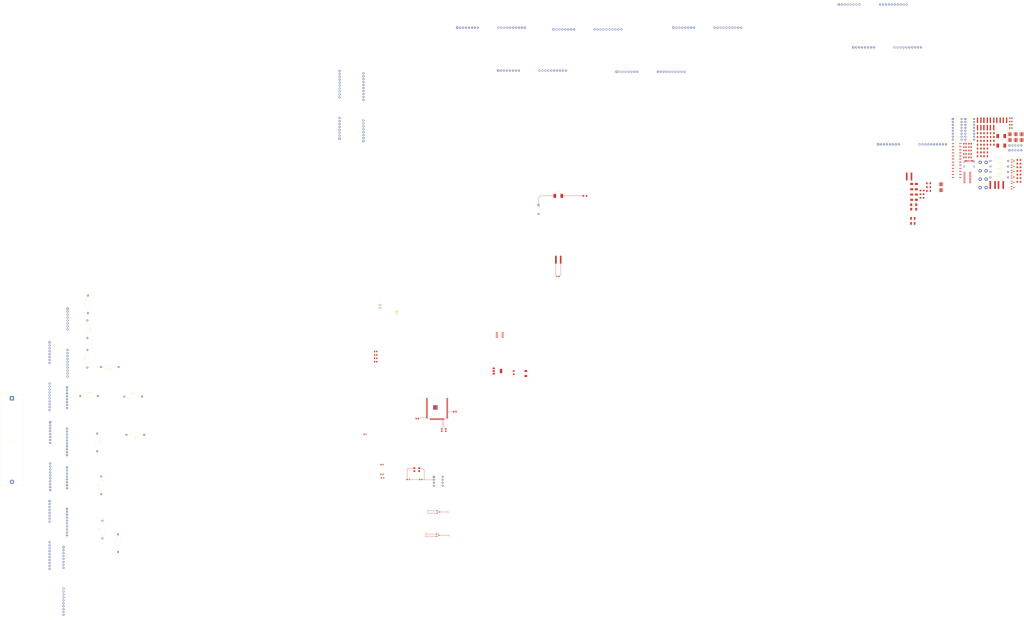
<source format=kicad_pcb>
(kicad_pcb (version 20241229) (generator "pcbnew") (generator_version "9.0")
  (layers (0 "F.Cu" signal) (2 "B.Cu" signal) (13 "F.Paste" user) (15 "B.Paste" user) (5 "F.SilkS" user "F.Silkscreen") (7 "B.SilkS" user "B.Silkscreen") (1 "F.Mask" user) (3 "B.Mask" user) (25 "Edge.Cuts" user))
  (net 0 "")
  (net 1 "GND")
  (net 2 "Net-(BT1-+)")
  (net 3 "VCC")
  (net 4 "-3.3V")
  (net 5 "+3.3V")
  (net 6 "Net-(C8-Pad2)")
  (net 7 "+12V")
  (net 8 "/page2/INPUT_AA1")
  (net 9 "/page2/INPUT_AA2")
  (net 10 "/page2/INPUT_AA3")
  (net 11 "/page2/INPUT_AA4")
  (net 12 "VCC_12v_1")
  (net 13 "Net-(Q1-C)")
  (net 14 "+12VIN")
  (net 15 "Net-(U19-X1)")
  (net 16 "Net-(C26-Pad1)")
  (net 17 "Net-(U19-X2)")
  (net 18 "/OUT 5V")
  (net 19 "Net-(D2-A)")
  (net 20 "Net-(D3-A2)")
  (net 21 "Net-(D3-A1)")
  (net 22 "/page2/INA1")
  (net 23 "/page2/INA2")
  (net 24 "/page2/INA3")
  (net 25 "/page2/INA4")
  (net 26 "Net-(D11-K)")
  (net 27 "Net-(D12-K)")
  (net 28 "Net-(D13-K)")
  (net 29 "Net-(D14-K)")
  (net 30 "Net-(D15-K)")
  (net 31 "Net-(D16-K)")
  (net 32 "VBAT")
  (net 33 "/GPIO13")
  (net 36 "/CHA2")
  (net 37 "/CHA4")
  (net 38 "/CHA3")
  (net 39 "/CHA1")
  (net 40 "/NO0")
  (net 41 "/PCOMI")
  (net 42 "/NC0")
  (net 43 "/NC1")
  (net 44 "/NO1")
  (net 45 "/PCOM2")
  (net 46 "/PCOM3")
  (net 47 "/NO2")
  (net 48 "/NC2")
  (net 49 "/NO3")
  (net 50 "/PCOM4")
  (net 51 "/NC3")
  (net 52 "/NO4")
  (net 53 "/NC4")
  (net 54 "/PCOM5")
  (net 55 "/NC5")
  (net 56 "/PCOM6")
  (net 57 "/NO5")
  (net 58 "/INPUT_D2")
  (net 59 "/INPUT_D4")
  (net 60 "/INPUT_D1")
  (net 61 "/INPUT_D5")
  (net 62 "/INPUT_D3")
  (net 63 "/INPUT_D6")
  (net 64 "/DAOU2")
  (net 65 "/DAOU1")
  (net 66 "/TEPP2")
  (net 67 "/TEPP1")
  (net 68 "/IO12")
  (net 71 "/page2/USBC_N")
  (net 73 "/page2/USBC_P")
  (net 77 "/SPI_CS")
  (net 78 "/SPI_MISO")
  (net 79 "/SPI_CLK")
  (net 80 "Net-(J14-Pin_7)")
  (net 81 "/SPI_RST")
  (net 82 "/SPI_MOSI")
  (net 87 "/SPI_DIO0")
  (net 89 "/CE_S")
  (net 91 "/IRQ")
  (net 92 "/IIC_SDA")
  (net 93 "/IIC_SCL")
  (net 94 "/TUYA_TX")
  (net 95 "/TUYA_RX")
  (net 96 "Net-(Q1-B)")
  (net 97 "/page2/RTS")
  (net 98 "/page2/IO0")
  (net 99 "/page2/DTR")
  (net 100 "Net-(Q2-B)")
  (net 101 "Net-(Q3-G)")
  (net 102 "/SCL_5V")
  (net 103 "/SDA5V")
  (net 104 "Net-(Q4-G)")
  (net 105 "/11C_SCL")
  (net 106 "Net-(R6-Pad2)")
  (net 107 "Net-(U4-A)")
  (net 108 "Net-(U4-B)")
  (net 109 "Net-(U4-~{RE})")
  (net 110 "Net-(U6-1IN+)")
  (net 111 "Net-(U6-1IN-)")
  (net 112 "/DAC1")
  (net 113 "/DAC2")
  (net 114 "Net-(U6-2IN-)")
  (net 115 "/page2/CHA1")
  (net 116 "Net-(U6-2IN+)")
  (net 117 "/HT1")
  (net 118 "/HT2")
  (net 119 "/page2/CHA2")
  (net 120 "/page2/CHA3")
  (net 121 "/page2/CHA4")
  (net 122 "Net-(R30-Pad2)")
  (net 123 "Net-(R31-Pad2)")
  (net 124 "Net-(R32-Pad2)")
  (net 125 "Net-(R33-Pad2)")
  (net 126 "/page2/DPP_P")
  (net 127 "/page2/DPP_N")
  (net 128 "/page2/IN0A")
  (net 129 "/page2/INPUT D1")
  (net 130 "/page2/IN1A")
  (net 131 "/page2/INPUT D2")
  (net 132 "/page2/IN2A")
  (net 133 "/page2/INPUT D3")
  (net 134 "/page2/IN3A")
  (net 135 "/page2/INPUT D4")
  (net 136 "/page2/IN4A")
  (net 137 "/page2/INPUT D5")
  (net 138 "/page2/INPUT D6")
  (net 139 "/page2/IN5A")
  (net 140 "/page2/INA3A")
  (net 141 "/page2/INA2A")
  (net 142 "/page2/INA1A")
  (net 143 "/page2/INA0A")
  (net 144 "/page2/INA5A")
  (net 145 "/page2/INA4A")
  (net 148 "/page2/II_SDA")
  (net 149 "/page2/IIC_SCL")
  (net 150 "/page2/RLY1")
  (net 151 "/page2/RLY2")
  (net 152 "/page2/RLY3")
  (net 153 "/page2/RLY5")
  (net 154 "/page2/RLY6")
  (net 155 "/page2/RLY4")
  (net 156 "/page2/IN_D6")
  (net 157 "/page2/IN_D5")
  (net 158 "/page2/IN_D4")
  (net 159 "/page2/IN_D3")
  (net 160 "/page2/IN_D2")
  (net 161 "/page2/IN_D1")
  (net 162 "/page2/OT3")
  (net 163 "/page2/OT1")
  (net 164 "/page2/OT2")
  (net 165 "/page2/OT4")
  (net 168 "/page2/OT6")
  (net 169 "/page2/OT5")
  (net 170 "-12V")
  (net 171 "/INA3")
  (net 172 "/U0T")
  (net 174 "/485RX")
  (net 176 "/IIT1")
  (net 179 "/11C_SDA")
  (net 181 "/INA 1")
  (net 182 "/IO0")
  (net 183 "/485TX")
  (net 185 "/U0R")
  (net 186 "/INA 2")
  (net 187 "/EN")
  (net 188 "/INA4")
  (net 194 "/page2/U0T")
  (net 198 "/page2/U0R")
  (net 199 "/page2/IN D1")
  (net 200 "/page2/IN D2")
  (net 201 "/page2/IN D3")
  (net 202 "/page2/IN D4")
  (net 203 "/page2/IN D5")
  (net 204 "/page2/IN D6")
  (footprint "Resistor_SMD:R_0805_2012Metric" (layer "F.Cu") (at 393 243.4125 -90)
    (property "Reference" "R5")
    (property "Value" "10K")
  )
  (footprint "Package_TO_SOT_SMD:SOT-223-3_TabPin2" (layer "F.Cu") (at 441 192.5)
    (property "Reference" "U2")
    (property "Value" "AMS1117-3.3")
  )
  (footprint "Module:Flipper_Zero_Angled" (layer "F.Cu") (at 70.5 138.8 -90)
    (property "Reference" "J11")
    (property "Value" "Conn_01x07")
  )
  (footprint "Resistor_SMD:R_1206_3216Metric" (layer "F.Cu") (at 867.57 -9.24)
    (property "Reference" "R63")
    (property "Value" "4.7K")
  )
  (footprint "Diode_SMD:D_SOD-523" (layer "F.Cu") (at 339.8 135.55)
    (property "Reference" "D17")
    (property "Value" "1N4148WT")
  )
  (footprint "Package_DIP:DIP-8_W7.62mm" (layer "F.Cu") (at 386.195 283.69)
    (property "Reference" "U19")
    (property "Value" "DS1307N+")
  )
  (footprint "Resistor_SMD:R_1206_3216Metric" (layer "F.Cu") (at 856.35 4)
    (property "Reference" "R43")
    (property "Value" "2K/1206")
  )
  (footprint "Resistor_SMD:R_1218_3246Metric" (layer "F.Cu") (at 867.42 -23.67)
    (property "Reference" "R44")
    (property "Value" "100K")
  )
  (footprint "Resistor_SMD:R_0805_2012Metric" (layer "F.Cu") (at 848.45 2.42)
    (property "Reference" "R35")
    (property "Value" "12k")
  )
  (footprint "Resistor_THT:R_Axial_DIN0614_L14.3mm_D5.7mm_P5.08mm_Vertical" (layer "F.Cu") (at 857.17 12.59)
    (property "Reference" "R50")
    (property "Value" "10K")
  )
  (footprint "Capacitor_Tantalum_SMD:CP_EIA-2012-12_Kemet-R" (layer "F.Cu") (at 883.575 -16.99)
    (property "Reference" "C14")
    (property "Value" "10p")
  )
  (footprint "Resistor_SMD:R_0805_2012Metric" (layer "F.Cu") (at 844.04 -3.48)
    (property "Reference" "R23")
    (property "Value" "10K/1%")
  )
  (footprint "Resistor_SMD:R_1206_3216Metric" (layer "F.Cu") (at 856.35 -9.24)
    (property "Reference" "R39")
    (property "Value" "2K/1206")
  )
  (footprint "Resistor_SMD:R_1206_3216Metric" (layer "F.Cu") (at 812.7 33.94)
    (property "Reference" "R14")
    (property "Value" "3.16K/1%")
  )
  (footprint "Module:Flipper_Zero_Angled" (layer "F.Cu") (at 735.3 -123.5)
    (property "Reference" "J3")
    (property "Value" "Conn_01x05")
  )
  (footprint "Capacitor_Tantalum_SMD:CP_EIA-3216-18_Kemet-A" (layer "F.Cu") (at 516.5 41.5)
    (property "Reference" "C1")
    (property "Value" "100nF")
  )
  (footprint "Resistor_SMD:R_1206_3216Metric" (layer "F.Cu") (at 861.96 0.69)
    (property "Reference" "R59")
    (property "Value" "4.7K")
  )
  (footprint "Resistor_THT:R_Axial_DIN0309_L9.0mm_D3.2mm_P15.24mm_Horizontal" (layer "F.Cu") (at 866 20.84)
    (property "Reference" "R26")
    (property "Value" "5.1K")
  )
  (footprint "Diode_THT:D_DO-35_SOD27_P7.62mm_Horizontal" (layer "F.Cu") (at 476.5 49.5 -90)
    (property "Reference" "D1")
    (property "Value" "SS36")
  )
  (footprint "Resistor_SMD:R_1218_3246Metric" (layer "F.Cu") (at 861.87 -23.67)
    (property "Reference" "R33")
    (property "Value" "100R")
  )
  (footprint "Resistor_THT:R_Axial_DIN0309_L9.0mm_D3.2mm_P15.24mm_Horizontal" (layer "F.Cu") (at 866 16.09)
    (property "Reference" "R24")
    (property "Value" "5.1K")
  )
  (footprint "Module:Flipper_Zero_Angled" (layer "F.Cu") (at 489.34 -102)
    (property "Reference" "J6")
    (property "Value" "Conn_01x03")
  )
  (footprint "Resistor_SMD:R_1206_3216Metric" (layer "F.Cu") (at 856.35 -2.62)
    (property "Reference" "R41")
    (property "Value" "2K/1206")
  )
  (footprint "Capacitor_SMD:C_1825_4564Metric" (layer "F.Cu") (at 867.95 32.14)
    (property "Reference" "C15")
    (property "Value" "1uF/50V")
  )
  (footprint "Resistor_SMD:R_1206_3216Metric" (layer "F.Cu") (at 812.7 30.63)
    (property "Reference" "R1")
    (property "Value" "1K")
  )
  (footprint "Inductor_SMD:L_Sunlord_MWSA0605S" (layer "F.Cu") (at 493.5 41.5)
    (property "Reference" "L1")
    (property "Value" "68uF/2A")
  )
  (footprint "Inductor_SMD:L_Sunlord_MWSA0605S" (layer "F.Cu") (at 875.35 -10.085)
    (property "Reference" "L2")
    (property "Value" "22R/500MA")
  )
  (footprint "Capacitor_Tantalum_SMD:CP_EIA-2012-12_Kemet-R" (layer "F.Cu") (at 364.11 286 180)
    (property "Reference" "C26")
    (property "Value" "12.5pF/NC")
  )
  (footprint "Resistor_SMD:R_0805_2012Metric" (layer "F.Cu") (at 844.04 8.32)
    (property "Reference" "R30")
    (property "Value" "10k")
  )
  (footprint "Capacitor_Tantalum_SMD:CP_EIA-2012-12_Kemet-R" (layer "F.Cu") (at 375 286)
    (property "Reference" "C27")
    (property "Value" "12.5pF/NC")
  )
  (footprint "Resistor_SMD:R_0805_2012Metric" (layer "F.Cu") (at 404.4125 227.5)
    (property "Reference" "R3")
    (property "Value" "10K")
  )
  (footprint "Resistor_SMD:R_1206_3216Metric" (layer "F.Cu") (at 856.35 7.31)
    (property "Reference" "R54")
    (property "Value" "4.7K")
  )
  (footprint "Resistor_SMD:R_0805_2012Metric" (layer "F.Cu") (at 336.0875 184.5)
    (property "Reference" "R74")
    (property "Value" "10K")
  )
  (footprint "Module:Flipper_Zero_Angled" (layer "F.Cu") (at 406.38 -103.5)
    (property "Reference" "J2")
    (property "Value" "Conn_01x02")
  )
  (footprint "Resistor_THT:R_Axial_DIN0309_L9.0mm_D3.2mm_P15.24mm_Horizontal" (layer "F.Cu") (at 866 25.59)
    (property "Reference" "R28")
    (property "Value" "5.1K")
  )
  (footprint "Capacitor_Tantalum_SMD:CP_EIA-3216-18_Kemet-A" (layer "F.Cu") (at 807.065 36.85)
    (property "Reference" "C3")
    (property "Value" "100nF")
  )
  (footprint "Package_TO_SOT_SMD:SOT-23" (layer "F.Cu") (at 885.26 34.49)
    (property "Reference" "Q2")
    (property "Value" "SS8050")
  )
  (footprint "Resistor_SMD:R_0805_2012Metric" (layer "F.Cu") (at 371.9125 233.5 180)
    (property "Reference" "R4")
    (property "Value" "10K")
  )
  (footprint "Module:Flipper_Zero_Angled" (layer "F.Cu") (at 55 304.58 -90)
    (property "Reference" "J17")
    (property "Value" "Conn_01x04_Socket")
  )
  (footprint "Resistor_THT:R_Axial_DIN0614_L14.3mm_D5.7mm_P5.08mm_Vertical" (layer "F.Cu") (at 857.17 19.84)
    (property "Reference" "R51")
    (property "Value" "10K")
  )
  (footprint "Resistor_SMD:R_0201_0603Metric" (layer "F.Cu") (at 354.155 143.25)
    (property "Reference" "R67")
    (property "Value" "10K")
  )
  (footprint "Package_SO:SO-4_4.4x3.6mm_P2.54mm" (layer "F.Cu") (at 836.91 3.1)
    (property "Reference" "U10")
    (property "Value" "LTV-358T")
  )
  (footprint "Resistor_THT:R_Axial_DIN0309_L9.0mm_D3.2mm_P15.24mm_Horizontal" (layer "F.Cu") (at 114 348.5 90)
    (property "Reference" "R7")
    (property "Value" "4K7")
  )
  (footprint "Resistor_SMD:R_0805_2012Metric" (layer "F.Cu") (at 396.5 243.4125 -90)
    (property "Reference" "R2")
    (property "Value" "10K")
  )
  (footprint "LED_SMD:LED_Cree-XP" (layer "F.Cu") (at 892.95 -6.63)
    (property "Reference" "D16")
    (property "Value" "LED")
  )
  (footprint "Resistor_SMD:R_01005_0402Metric_Pad0.57x0.30mm_HandSolder" (layer "F.Cu") (at 379.1375 335)
    (property "Reference" "R70")
    (property "Value" "427")
  )
  (footprint "Resistor_THT:R_Axial_DIN0309_L9.0mm_D3.2mm_P15.24mm_Horizontal" (layer "F.Cu") (at 119.38 214.5)
    (property "Reference" "R12")
    (property "Value" "4K7/1%")
  )
  (footprint "Package_SO:SO-4_4.4x3.6mm_P2.54mm" (layer "F.Cu") (at 836.91 -2.215)
    (property "Reference" "U9")
    (property "Value" "LTV-358T")
  )
  (footprint "Resistor_THT:R_Axial_DIN0309_L9.0mm_D3.2mm_P15.24mm_Horizontal" (layer "F.Cu") (at 99.5 298.62 90)
    (property "Reference" "R9")
    (property "Value" "PPTC/60V/10R")
  )
  (footprint "LED_SMD:LED_Cree-XP" (layer "F.Cu") (at 887.9 -11.68)
    (property "Reference" "D13")
    (property "Value" "LED")
  )
  (footprint "Diode_SMD:D_SMA" (layer "F.Cu") (at 800.165 40.35)
    (property "Reference" "D5")
    (property "Value" "SMAJ64CA")
  )
  (footprint "Module:Flipper_Zero_Angled" (layer "F.Cu") (at 305 -7.84 90)
    (property "Reference" "J9")
    (property "Value" "Conn_01x03")
  )
  (footprint "Resistor_SMD:R_1206_3216Metric" (layer "F.Cu") (at 861.96 7.31)
    (property "Reference" "R61")
    (property "Value" "4.7K")
  )
  (footprint "Resistor_THT:R_Axial_DIN0309_L9.0mm_D3.2mm_P15.24mm_Horizontal" (layer "F.Cu") (at 81.38 214)
    (property "Reference" "R18")
    (property "Value" "4K7/1%")
  )
  (footprint "Resistor_SMD:R_0805_2012Metric" (layer "F.Cu") (at 848.45 -3.48)
    (property "Reference" "R31")
    (property "Value" "10k")
  )
  (footprint "Capacitor_Tantalum_SMD:CP_EIA-3216-18_Kemet-A" (layer "F.Cu") (at 890.585 10.54)
    (property "Reference" "C16")
    (property "Value" "100nF")
  )
  (footprint "Package_SO:SO-4_4.4x3.6mm_P2.54mm" (layer "F.Cu") (at 836.91 13.73)
    (property "Reference" "U12")
    (property "Value" "LTV-358T")
  )
  (footprint "Resistor_THT:R_Axial_DIN0614_L14.3mm_D5.7mm_P5.08mm_Vertical" (layer "F.Cu") (at 857.17 27.09)
    (property "Reference" "R52")
    (property "Value" "10K")
  )
  (footprint "Package_SO:SO-4_4.4x3.6mm_P2.54mm" (layer "F.Cu") (at 836.91 24.36)
    (property "Reference" "U14")
    (property "Value" "LTV-358T")
  )
  (footprint "Package_TO_SOT_SMD:SOT-23" (layer "F.Cu") (at 885.26 29.865)
    (property "Reference" "Q1")
    (property "Value" "SS8050")
  )
  (footprint "Capacitor_Tantalum_SMD:CP_EIA-3216-18_Kemet-A" (layer "F.Cu") (at 890.585 13.69)
    (property "Reference" "C17")
    (property "Value" "100nF")
  )
  (footprint "Module:Flipper_Zero_Angled" (layer "F.Cu") (at 747.76 -86.5)
    (property "Reference" "J1")
    (property "Value" "Conn_01x02")
  )
  (footprint "Resistor_SMD:R_01005_0402Metric_Pad0.57x0.30mm_HandSolder" (layer "F.Cu") (at 398.5 314 180)
    (property "Reference" "R71")
    (property "Value" "427")
  )
  (footprint "Resistor_SMD:R_1218_3246Metric" (layer "F.Cu") (at 878.52 -23.67)
    (property "Reference" "R46")
    (property "Value" "100K")
  )
  (footprint "Capacitor_Tantalum_SMD:CP_EIA-3216-18_Kemet-A" (layer "F.Cu") (at 890.585 29.44)
    (property "Reference" "C22")
    (property "Value" "100nF")
  )
  (footprint "Capacitor_Tantalum_SMD:CP_EIA-3216-18_Kemet-A" (layer "F.Cu") (at 807.065 40)
    (property "Reference" "C10")
    (property "Value" "100nF/50V")
  )
  (footprint "Resistor_SMD:R_01005_0402Metric_Pad0.57x0.30mm_HandSolder" (layer "F.Cu") (at 381 315)
    (property "Reference" "R73")
    (property "Value" "427")
  )
  (footprint "Resistor_SMD:R_1206_3216Metric" (layer "F.Cu") (at 867.57 -5.93)
    (property "Reference" "R64")
    (property "Value" "4.7K")
  )
  (footprint "Capacitor_Tantalum_SMD:CP_EIA-3216-18_Kemet-A" (layer "F.Cu") (at 890.585 23.14)
    (property "Reference" "C20")
    (property "Value" "100nF")
  )
  (footprint "LED_SMD:LED_Cree-XP" (layer "F.Cu") (at 882.85 -6.63)
    (property "Reference" "D12")
    (property "Value" "LED")
  )
  (footprint "Resistor_SMD:R_1218_3246Metric" (layer "F.Cu") (at 856.32 -17.36)
    (property "Reference" "R47")
    (property "Value" "100K")
  )
  (footprint "Resistor_SMD:R_0805_2012Metric" (layer "F.Cu") (at 336.0875 178.6)
    (property "Reference" "R13")
    (property "Value" "10K 1%")
  )
  (footprint "Resistor_THT:R_Axial_DIN0309_L9.0mm_D3.2mm_P15.24mm_Horizontal" (layer "F.Cu") (at 88 142.62 90)
    (property "Reference" "R19")
    (property "Value" "100K")
  )
  (footprint "Battery:BatteryHolder_MPD_BH-18650-PC2" (layer "F.Cu") (at 22.5 216 -90)
    (property "Reference" "BT1")
    (property "Value" "Battery_Cell")
  )
  (footprint "Resistor_SMD:R_1218_3246Metric" (layer "F.Cu") (at 861.87 -17.36)
    (property "Reference" "R48")
    (property "Value" "100K")
  )
  (footprint "LED_SMD:LED_Cree-XP" (layer "F.Cu") (at 823.41 36.55)
    (property "Reference" "D19")
    (property "Value" "LED")
  )
  (footprint "RF_Module:ESP32-WROOM-32U" (layer "F.Cu") (at 389 224.59)
    (property "Reference" "U3")
    (property "Value" "ESP32-WROOM-32U")
  )
  (footprint "Diode_SMD:D_SMA" (layer "F.Cu") (at 800.165 35.8)
    (property "Reference" "D4")
    (property "Value" "SMAJ64CA")
  )
  (footprint "Capacitor_Tantalum_SMD:CP_EIA-3528-21_Kemet-B" (layer "F.Cu") (at 799.125 60.9)
    (property "Reference" "C4")
    (property "Value" "22uF/6.3V")
  )
  (footprint "Diode_SMD:D_SOD-523" (layer "F.Cu") (at 339.8 138)
    (property "Reference" "D18")
    (property "Value" "1N4148WT")
  )
  (footprint "Capacitor_Tantalum_SMD:CP_EIA-2012-12_Kemet-R" (layer "F.Cu") (at 342.11 284.5)
    (property "Reference" "C25")
    (property "Value" "10uF/10V")
  )
  (footprint "Capacitor_Tantalum_SMD:CP_EIA-3216-18_Kemet-A" (layer "F.Cu") (at 890.585 19.99)
    (property "Reference" "C19")
    (property "Value" "100nF")
  )
  (footprint "Resistor_SMD:R_1206_3216Metric" (layer "F.Cu") (at 856.35 -5.93)
    (property "Reference" "R40")
    (property "Value" "2K/1206")
  )
  (footprint "LED_SMD:LED_Cree-XP" (layer "F.Cu") (at 823.41 31.5)
    (property "Reference" "D2")
    (property "Value" "LED")
  )
  (footprint "Package_TO_SOT_SMD:SOT-23" (layer "F.Cu") (at 389.5625 334)
    (property "Reference" "Q3")
    (property "Value" "AO3400A")
  )
  (footprint "Resistor_SMD:R_1218_3246Metric" (layer "F.Cu") (at 872.97 -23.67)
    (property "Reference" "R45")
    (property "Value" "100K")
  )
  (footprint "Capacitor_Tantalum_SMD:CP_EIA-2012-12_Kemet-R" (layer "F.Cu") (at 341.61 281.57)
    (property "Reference" "C24")
    (property "Value" "10uF/10V")
  )
  (footprint "Resistor_THT:R_Axial_DIN0309_L9.0mm_D3.2mm_P15.24mm_Horizontal" (layer "F.Cu") (at 136.5 247.5 180)
    (property "Reference" "R8")
    (property "Value" "120R")
  )
  (footprint "Package_TO_SOT_SMD:SOT-23" (layer "F.Cu") (at 885.26 15.99)
    (property "Reference" "D8")
    (property "Value" "BAT54S")
  )
  (footprint "Capacitor_SMD:C_1825_4564Metric" (layer "F.Cu") (at 493.5 96.5 180)
    (property "Reference" "C7")
    (property "Value" "0.1uF")
  )
  (footprint "Package_SO:SOIC-16_3.9x9.9mm_P1.27mm" (layer "F.Cu") (at 846.06 25.68)
    (property "Reference" "U8")
    (property "Value" "CH340C")
  )
  (footprint "Resistor_SMD:R_1206_3216Metric" (layer "F.Cu") (at 861.96 -9.24)
    (property "Reference" "R56")
    (property "Value" "4.7K")
  )
  (footprint "Package_SO:SO-4_4.4x3.6mm_P2.54mm" (layer "F.Cu") (at 836.91 8.415)
    (property "Reference" "U11")
    (property "Value" "LTV-358T")
  )
  (footprint "Capacitor_Tantalum_SMD:CP_EIA-2012-12_Kemet-R" (layer "F.Cu") (at 883.575 -22.61)
    (property "Reference" "C12")
    (property "Value" "10p")
  )
  (footprint "Capacitor_SMD:C_1808_4520Metric_Pad1.72x2.30mm_HandSolder" (layer "F.Cu") (at 465.5 194.6625 -90)
    (property "Reference" "E4")
    (property "Value" "220uF/10V")
  )
  (footprint "Package_SO:SO-4_4.4x3.6mm_P2.54mm" (layer "F.Cu") (at 836.91 19.045)
    (property "Reference" "U13")
    (property "Value" "LTV-358T")
  )
  (footprint "Package_TO_SOT_SMD:SOT-23" (layer "F.Cu") (at 885.26 11.365)
    (property "Reference" "D7")
    (property "Value" "BAT54S")
  )
  (footprint "Resistor_SMD:R_1218_3246Metric" (layer "F.Cu") (at 856.32 -23.67)
    (property "Reference" "R32")
    (property "Value" "100R")
  )
  (footprint "Capacitor_Tantalum_SMD:CP_EIA-3216-18_Kemet-A" (layer "F.Cu") (at 890.585 16.84)
    (property "Reference" "C18")
    (property "Value" "100nF")
  )
  (footprint "Capacitor_Tantalum_SMD:CP_EIA-3216-18_Kemet-A" (layer "F.Cu") (at 807.065 43.15)
    (property "Reference" "C28")
    (property "Value" "100nF")
  )
  (footprint "Connector_USB:USB_C_Receptacle_GCT_USB4105-xx-A_16P_TopMnt_Horizontal" (layer "F.Cu") (at 847.68 15.08)
    (property "Reference" "J13")
    (property "Value" "USB_C_Receptacle_USB2.0_14P")
  )
  (footprint "Capacitor_Tantalum_SMD:CP_EIA-2012-12_Kemet-R" (layer "F.Cu") (at 327.11 247)
    (property "Reference" "C8")
    (property "Value" "10k")
  )
  (footprint "Resistor_SMD:R_0805_2012Metric" (layer "F.Cu") (at 844.04 2.42)
    (property "Reference" "R27")
    (property "Value" "10K/1%")
  )
  (footprint "Capacitor_SMD:C_1825_4564Metric" (layer "F.Cu") (at 795.89 24.8)
    (property "Reference" "C9")
    (property "Value" "0.1uF")
  )
  (footprint "Resistor_SMD:R_1206_3216Metric" (layer "F.Cu") (at 861.96 -12.55)
    (property "Reference" "R55")
    (property "Value" "4.7K")
  )
  (footprint "Resistor_SMD:R_1206_3216Metric" (layer "F.Cu") (at 867.57 -2.62)
    (property "Reference" "R65")
    (property "Value" "4.7K")
  )
  (footprint "Module:Flipper_Zero_Angled" (layer "F.Cu") (at 325.5 -5.76 90)
    (property "Reference" "J8")
    (property "Value" "Conn_01x03")
  )
  (footprint "Package_SO:SOIC-8_3.9x4.9mm_P1.27mm" (layer "F.Cu") (at 443.025 161.405)
    (property "Reference" "U1")
    (property "Value" "XL1509-5.0")
  )
  (footprint "Resistor_THT:R_Axial_DIN0309_L9.0mm_D3.2mm_P15.24mm_Horizontal" (layer "F.Cu") (at 87.5 148.88 -90)
    (property "Reference" "R20")
    (property "Value" "4.7K")
  )
  (footprint "Resistor_THT:R_Axial_DIN0614_L14.3mm_D5.7mm_P5.08mm_Vertical" (layer "F.Cu") (at 857.17 34.34)
    (property "Reference" "R53")
    (property "Value" "10K")
  )
  (footprint "Resistor_THT:R_Axial_DIN0309_L9.0mm_D3.2mm_P15.24mm_Horizontal" (layer "F.Cu") (at 100.5 336.74 90)
    (property "Reference" "R6")
    (property "Value" "4K7")
  )
  (footprint "Oscillator:Oscillator_SMD_Fox_FT5H_5.0x3.2mm" (layer "F.Cu") (at 371.5 277.5 -90)
    (property "Reference" "Y1")
    (property "Value" "Crystal")
  )
  (footprint "Capacitor_SMD:C_1808_4520Metric_Pad1.72x2.30mm_HandSolder" (layer "F.Cu") (at 799.9 49.1)
    (property "Reference" "E2")
    (property "Value" "100uF/35V")
  )
  (footprint "Resistor_SMD:R_1206_3216Metric" (layer "F.Cu") (at 856.35 0.69)
    (property "Reference" "R42")
    (property "Value" "2K/1206")
  )
  (footprint "Resistor_SMD:R_0201_0603Metric" (layer "F.Cu") (at 354.155 141.5)
    (property "Reference" "R66")
    (property "Value" "10K")
  )
  (footprint "Capacitor_Tantalum_SMD:CP_EIA-3216-18_Kemet-A" (layer "F.Cu") (at 455 193.8525 90)
    (property "Reference" "C2")
    (property "Value" "100nF")
  )
  (footprint "Module:Flipper_Zero_Straight" (layer "F.Cu") (at 769.25 -2.95)
    (property "Reference" "J16")
    (property "Value" "Conn_2Rows-09Pins")
  )
  (footprint "Resistor_THT:R_Axial_DIN0309_L9.0mm_D3.2mm_P15.24mm_Horizontal" (layer "F.Cu") (at 866 11.34)
    (property "Reference" "R16")
    (property "Value" "5.1K")
  )
  (footprint "Resistor_THT:R_Axial_DIN0309_L9.0mm_D3.2mm_P15.24mm_Horizontal" (layer "F.Cu") (at 96 246.38 -90)
    (property "Reference" "R10")
    (property "Value" "PPTC/60V/10R")
  )
  (footprint "Resistor_SMD:R_0805_2012Metric" (layer "F.Cu") (at 336.0875 175.65)
    (property "Reference" "R11")
    (property "Value" "10K")
  )
  (footprint "Module:Flipper_Zero_Angled" (layer "F.Cu") (at 70 206.58 -90)
    (property "Reference" "J12")
    (property "Value" "Conn_01x04")
  )
  (footprint "Resistor_SMD:R_1206_3216Metric" (layer "F.Cu") (at 861.96 -2.62)
    (property "Reference" "R58")
    (property "Value" "4.7K")
  )
  (footprint "Resistor_SMD:R_0805_2012Metric" (layer "F.Cu") (at 844.04 5.37)
    (property "Reference" "R29")
    (property "Value" "10K/1%")
  )
  (footprint "Resistor_THT:R_Axial_DIN0309_L9.0mm_D3.2mm_P15.24mm_Horizontal" (layer "F.Cu") (at 87.5 189.5 90)
    (property "Reference" "R22")
    (property "Value" "4.7K")
  )
  (footprint "Diode_SMD:D_SMA" (layer "F.Cu") (at 800.165 31.25)
    (property "Reference" "D3")
    (property "Value" "SMAJ64CA")
  )
  (footprint "Resistor_SMD:R_1218_3246Metric" (layer "F.Cu") (at 867.42 -17.36)
    (property "Reference" "R49")
    (property "Value" "100K")
  )
  (footprint "Diode_SMD:D_SMA" (layer "F.Cu") (at 800.165 44.9)
    (property "Reference" "D6")
    (property "Value" "SS36")
  )
  (footprint "Module:Flipper_Zero_Angled" (layer "F.Cu") (at 67 344.38 -90)
    (property "Reference" "J18")
    (property "Value" "Conn_01x04")
  )
  (footprint "Capacitor_Tantalum_SMD:CP_EIA-3216-18_Kemet-A" (layer "F.Cu") (at 890.585 26.29)
    (property "Reference" "C21")
    (property "Value" "100nF")
  )
  (footprint "LED_SMD:LED_Cree-XP" (layer "F.Cu") (at 882.85 -11.68)
    (property "Reference" "D11")
    (property "Value" "LED")
  )
  (footprint "Resistor_SMD:R_1206_3216Metric" (layer "F.Cu") (at 867.57 -12.55)
    (property "Reference" "R62")
    (property "Value" "4.7K")
  )
  (footprint "Resistor_SMD:R_01005_0402Metric_Pad0.57x0.30mm_HandSolder" (layer "F.Cu") (at 399 334 180)
    (property "Reference" "R68")
    (property "Value" "427")
  )
  (footprint "Capacitor_Tantalum_SMD:CP_EIA-2012-12_Kemet-R" (layer "F.Cu") (at 883.575 -19.8)
    (property "Reference" "C13")
    (property "Value" "10p")
  )
  (footprint "Resistor_SMD:R_01005_0402Metric_Pad0.57x0.30mm_HandSolder" (layer "F.Cu") (at 381.1375 313)
    (property "Reference" "R72")
    (property "Value" "427")
  )
  (footprint "LED_SMD:LED_Cree-XP" (layer "F.Cu") (at 887.9 -6.63)
    (property "Reference" "D14")
    (property "Value" "LED")
  )
  (footprint "Resistor_SMD:R_01005_0402Metric_Pad0.57x0.30mm_HandSolder" (layer "F.Cu") (at 379.3625 333)
    (property "Reference" "R69")
    (property "Value" "427")
  )
  (footprint "Resistor_SMD:R_0805_2012Metric" (layer "F.Cu") (at 848.45 5.37)
    (property "Reference" "R36")
    (property "Value" "10k")
  )
  (footprint "Resistor_THT:R_Array_SIP5" (layer "F.Cu") (at 882.45 -2.02)
    (property "Reference" "RN1")
    (property "Value" "R_Network04")
  )
  (footprint "Capacitor_SMD:C_1808_4520Metric_Pad1.72x2.30mm_HandSolder" (layer "F.Cu") (at 799.9 52.95)
    (property "Reference" "E3")
    (property "Value" "220uF/10V")
  )
  (footprint "Resistor_SMD:R_0805_2012Metric" (layer "F.Cu") (at 844.04 -0.53)
    (property "Reference" "R25")
    (property "Value" "10K/1%")
  )
  (footprint "LED_SMD:LED_Cree-XP" (layer "F.Cu") (at 892.95 -11.68)
    (property "Reference" "D15")
    (property "Value" "LED")
  )
  (footprint "Resistor_THT:R_Axial_DIN0309_L9.0mm_D3.2mm_P15.24mm_Horizontal" (layer "F.Cu") (at 114.5 189 180)
    (property "Reference" "R21")
    (property "Value" "100K")
  )
  (footprint "Resistor_SMD:R_1206_3216Metric" (layer "F.Cu") (at 861.96 4)
    (property "Reference" "R60")
    (property "Value" "4.7K")
  )
  (footprint "Module:Flipper_Zero_Angled" (layer "F.Cu") (at 441.72 -66.5)
    (property "Reference" "J7")
    (property "Value" "Conn_01x03")
  )
  (footprint "Resistor_SMD:R_0805_2012Metric" (layer "F.Cu") (at 848.45 8.32)
    (property "Reference" "R37")
    (property "Value" "10k")
  )
  (footprint "Package_DIP:DIP-16_W7.62mm" (layer "F.Cu") (at 833.57 -24.78)
    (property "Reference" "U15")
    (property "Value" "PCF8574P")
  )
  (footprint "Capacitor_Tantalum_SMD:CP_EIA-2012-12_Kemet-R" (layer "F.Cu") (at 883.575 -25.42)
    (property "Reference" "C11")
    (property "Value" "10p")
  )
  (footprint "Resistor_SMD:R_1206_3216Metric" (layer "F.Cu") (at 856.35 -12.55)
    (property "Reference" "R38")
    (property "Value" "2K/1206")
  )
  (footprint "Module:Flipper_Zero_Angled" (layer "F.Cu") (at 70 275.7 -90)
    (property "Reference" "J15")
    (property "Value" "Conn_01x08_Socket")
  )
  (footprint "Module:Flipper_Zero_Angled" (layer "F.Cu") (at 55.5 236.7 -90)
    (property "Reference" "J14")
    (property "Value" "Conn_01x08_Socket")
  )
  (footprint "Capacitor_Tantalum_SMD:CP_EIA-2012-12_Kemet-R" (layer "F.Cu") (at 341.61 273.14)
    (property "Reference" "C5")
    (property "Value" "10uF/10V")
  )
  (footprint "Inductor_SMD:L_Sunlord_MWSA0605S" (layer "F.Cu") (at 875.35 -1.845)
    (property "Reference" "P1")
    (property "Value" "zx-xh2.54")
  )
  (footprint "Capacitor_Tantalum_SMD:CP_EIA-2012-12_Kemet-R" (layer "F.Cu") (at 493.11 111 180)
    (property "Reference" "C6")
    (property "Value" "10uF")
  )
  (footprint "Package_DIP:DIP-16_W7.62mm" (layer "F.Cu") (at 844.35 -24.78)
    (property "Reference" "U16")
    (property "Value" "PCF8574P")
  )
  (footprint "Module:Flipper_Zero_Angled" (layer "F.Cu") (at 592.76 -103.5)
    (property "Reference" "J4")
    (property "Value" "Conn_01x03")
  )
  (footprint "Resistor_SMD:R_0805_2012Metric" (layer "F.Cu") (at 848.45 -0.53)
    (property "Reference" "R34")
    (property "Value" "12k")
  )
  (footprint "Resistor_SMD:R_0805_2012Metric" (layer "F.Cu") (at 336.0875 181.55)
    (property "Reference" "R17")
    (property "Value" "10K 1%")
  )
  (footprint "Capacitor_SMD:C_1825_4564Metric" (layer "F.Cu") (at 875 32.14)
    (property "Reference" "C23")
    (property "Value" "C_Polarized_Small_US")
  )
  (footprint "Resistor_SMD:R_1206_3216Metric" (layer "F.Cu") (at 812.7 37.25)
    (property "Reference" "R15")
    (property "Value" "3.16K/ 1%")
  )
  (footprint "Package_TO_SOT_SMD:SOT-23" (layer "F.Cu") (at 885.26 25.24)
    (property "Reference" "D10")
    (property "Value" "BAT54S")
  )
  (footprint "Package_TO_SOT_SMD:SOT-23" (layer "F.Cu") (at 390.0625 314)
    (property "Reference" "Q4")
    (property "Value" "AO3400A")
  )
  (footprint "Module:Flipper_Zero_Angled" (layer "F.Cu") (at 55 167.76 -90)
    (property "Reference" "J10")
    (property "Value" "Conn_01x07")
  )
  (footprint "Package_TO_SOT_SMD:SOT-23" (layer "F.Cu") (at 885.26 20.615)
    (property "Reference" "D9")
    (property "Value" "BAT54S")
  )
  (footprint "Resistor_THT:R_Array_SIP5" (layer "F.Cu") (at 882.45 2.15)
    (property "Reference" "RN2")
    (property "Value" "R_Network04")
  )
  (footprint "Module:Flipper_Zero_Angled" (layer "F.Cu") (at 543.76 -65.5)
    (property "Reference" "J5")
    (property "Value" "Conn_01x03")
  )
  (footprint "Capacitor_Tantalum_SMD:CP_EIA-3528-21_Kemet-B" (layer "F.Cu") (at 799.125 65.25)
    (property "Reference" "C29")
    (property "Value" "22nF/63V")
  )
  (footprint "Resistor_SMD:R_1206_3216Metric" (layer "F.Cu") (at 861.96 -5.93)
    (property "Reference" "R57")
    (property "Value" "4.7K")
  )
  (segment (start 491.45 96.5) (end 491.45 110.23) (width 0.2) (layer "F.Cu") (net 1))
  (segment (start 491.45 110.23) (end 492.22 111) (width 0.2) (layer "F.Cu") (net 1))
  (segment (start 495.55 109.45) (end 494 111) (width 0.2) (layer "F.Cu") (net 3))
  (segment (start 496.525 41.5) (end 515.1475 41.5) (width 0.2) (layer "F.Cu") (net 3))
  (segment (start 495.55 96.5) (end 495.55 109.45) (width 0.2) (layer "F.Cu") (net 3))
  (segment (start 363.22 286) (end 363.22 277.22) (width 0.2) (layer "F.Cu") (net 15))
  (segment (start 363 277) (end 363.75 276.25) (width 0.2) (layer "F.Cu") (net 15))
  (segment (start 363.22 277.22) (end 363 277) (width 0.2) (layer "F.Cu") (net 15))
  (segment (start 363.75 276.25) (end 369.45 276.25) (width 0.2) (layer "F.Cu") (net 15))
  (segment (start 374.11 286) (end 365 286) (width 0.2) (layer "F.Cu") (net 16))
  (segment (start 376.25 276.25) (end 373.55 276.25) (width 0.2) (layer "F.Cu") (net 17))
  (segment (start 378 278) (end 376.25 276.25) (width 0.2) (layer "F.Cu") (net 17))
  (segment (start 378 286.23) (end 378 278) (width 0.2) (layer "F.Cu") (net 17))
  (segment (start 386.195 286.23) (end 378 286.23) (width 0.2) (layer "F.Cu") (net 17))
  (segment (start 376.12 286.23) (end 375.89 286) (width 0.2) (layer "F.Cu") (net 17))
  (segment (start 378 286.23) (end 376.12 286.23) (width 0.2) (layer "F.Cu") (net 17))
  (segment (start 376.23 286.23) (end 376 286) (width 0.2) (layer "B.Cu") (net 17))
  (segment (start 478 41.5) (end 490.475 41.5) (width 0.2) (layer "F.Cu") (net 18))
  (segment (start 476.5 43) (end 478 41.5) (width 0.2) (layer "F.Cu") (net 18))
  (segment (start 476.5 49.5) (end 476.5 43) (width 0.2) (layer "F.Cu") (net 18))
  (segment (start 380.25 232.845) (end 373.48 232.845) (width 0.2) (layer "F.Cu") (net 68))
  (segment (start 373.48 232.845) (end 372.825 233.5) (width 0.2) (layer "F.Cu") (net 68))
  (segment (start 398.015 227.5) (end 397.75 227.765) (width 0.2) (layer "F.Cu") (net 77))
  (segment (start 403.5 227.5) (end 398.015 227.5) (width 0.2) (layer "F.Cu") (net 77))
  (segment (start 394.715 240.715) (end 396.5 242.5) (width 0.2) (layer "F.Cu") (net 87))
  (segment (start 394.715 233.94) (end 394.715 240.715) (width 0.2) (layer "F.Cu") (net 87))
  (segment (start 389.075 315) (end 389.125 314.95) (width 0.2) (layer "F.Cu") (net 92))
  (segment (start 381.3375 315) (end 389.075 315) (width 0.2) (layer "F.Cu") (net 92))
  (segment (start 379.475 335) (end 388.575 335) (width 0.2) (layer "F.Cu") (net 93))
  (segment (start 388.575 335) (end 388.625 334.95) (width 0.2) (layer "F.Cu") (net 93))
  (segment (start 388.625 333.05) (end 379.75 333.05) (width 0.2) (layer "F.Cu") (net 101))
  (segment (start 379.75 333.05) (end 379.7 333) (width 0.2) (layer "F.Cu") (net 101))
  (segment (start 398.6625 334) (end 390.5 334) (width 0.2) (layer "F.Cu") (net 102))
  (segment (start 398.1625 314) (end 391 314) (width 0.2) (layer "F.Cu") (net 103))
  (segment (start 381.525 313.05) (end 381.475 313) (width 0.2) (layer "F.Cu") (net 104))
  (segment (start 389.125 313.05) (end 381.525 313.05) (width 0.2) (layer "F.Cu") (net 104))
  (segment (start 393.445 233.94) (end 393.445 242.055) (width 0.2) (layer "F.Cu") (net 105))
  (segment (start 393.445 242.055) (end 393 242.5) (width 0.2) (layer "F.Cu") (net 105))
)
</source>
